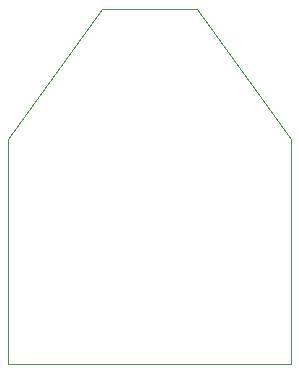
<source format=gbr>
G04 #@! TF.GenerationSoftware,KiCad,Pcbnew,8.0.6-1.fc40*
G04 #@! TF.CreationDate,2024-11-28T14:20:38+01:00*
G04 #@! TF.ProjectId,cny_but2,636e795f-6275-4743-922e-6b696361645f,rev?*
G04 #@! TF.SameCoordinates,Original*
G04 #@! TF.FileFunction,Profile,NP*
%FSLAX46Y46*%
G04 Gerber Fmt 4.6, Leading zero omitted, Abs format (unit mm)*
G04 Created by KiCad (PCBNEW 8.0.6-1.fc40) date 2024-11-28 14:20:38*
%MOMM*%
%LPD*%
G01*
G04 APERTURE LIST*
G04 #@! TA.AperFunction,Profile*
%ADD10C,0.100000*%
G04 #@! TD*
G04 APERTURE END LIST*
D10*
X145000000Y-93000000D02*
X121000000Y-93000000D01*
X145000000Y-74000000D02*
X145000000Y-93000000D01*
X137000000Y-63000000D02*
X145000000Y-74000000D01*
X129000000Y-63000000D02*
X137000000Y-63000000D01*
X121000000Y-74000000D02*
X129000000Y-63000000D01*
X121000000Y-93000000D02*
X121000000Y-74000000D01*
M02*

</source>
